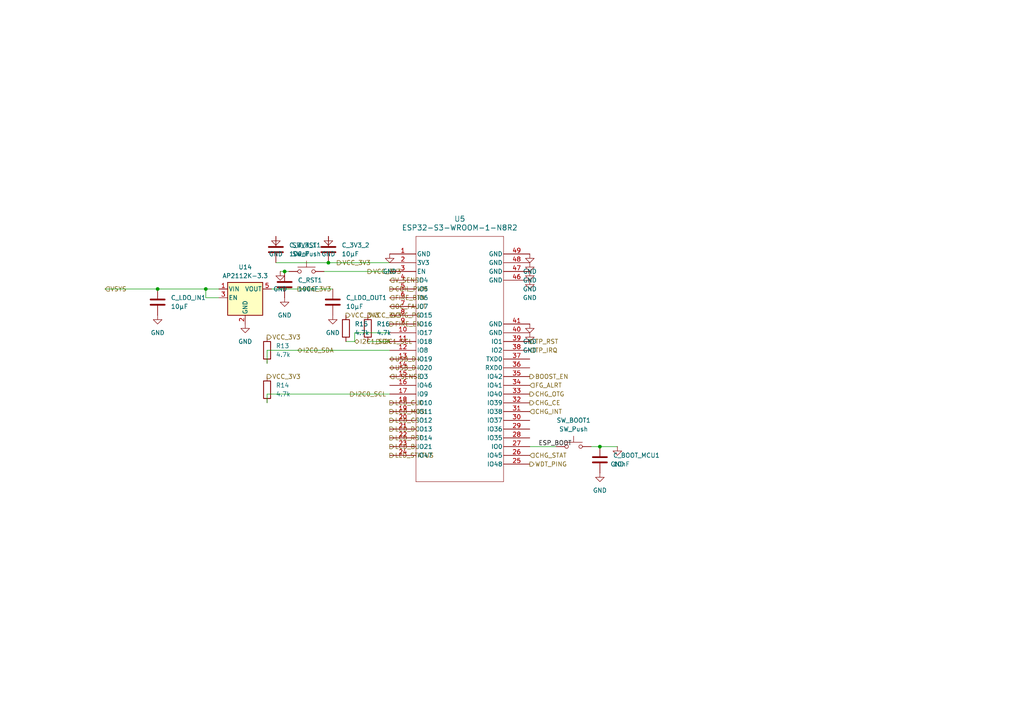
<source format=kicad_sch>
(kicad_sch (version 20250114) (generator "eeschema") (generator_version "9.0")
  (paper "A4")
  (lib_symbols
    (symbol "Device:C" (pin_numbers (hide yes)) (pin_names (offset 0.254))
      (property "Reference" "C" (at 0.635 2.54 0))
      (property "Value" "C" (at 0.635 -2.54 0))
      (symbol "C_0_1"
        (polyline (pts (xy -2.032 0.762) (xy 2.032 0.762)) (stroke (width 0.508)))
        (polyline (pts (xy -2.032 -0.762) (xy 2.032 -0.762)) (stroke (width 0.508)))
      )
      (symbol "C_1_1"
        (pin passive line (at 0 3.81 270) (length 2.794) (name "~") (number "1"))
        (pin passive line (at 0 -3.81 90) (length 2.794) (name "~") (number "2"))
      )
    )
    (symbol "Device:R" (pin_numbers (hide yes)) (pin_names (offset 0))
      (property "Reference" "R" (at 2.032 0 90))
      (property "Value" "R" (at 0 0 90))
      (symbol "R_0_1"
        (rectangle (start -1.016 -2.54) (end 1.016 2.54) (stroke (width 0.254)))
      )
      (symbol "R_1_1"
        (pin passive line (at 0 3.81 270) (length 1.27) (name "~") (number "1"))
        (pin passive line (at 0 -3.81 90) (length 1.27) (name "~") (number "2"))
      )
    )
    (symbol "ESP32-S3-WROOM-1-N8R2:ESP32-S3-WROOM-1-N8R2" (pin_names (offset 0.254))
      (property "Reference" "U" (at 20.32 10.16 0))
      (property "Value" "ESP32-S3-WROOM-1-N8R2" (at 20.32 7.62 0))
      (symbol "ESP32-S3-WROOM-1-N8R2_0_1"
        (polyline (pts (xy 7.62 5.08) (xy 7.62 -66.04)) (stroke (width 0.127)))
        (polyline (pts (xy 7.62 -66.04) (xy 33.02 -66.04)) (stroke (width 0.127)))
        (polyline (pts (xy 33.02 5.08) (xy 7.62 5.08)) (stroke (width 0.127)))
        (polyline (pts (xy 33.02 -66.04) (xy 33.02 5.08)) (stroke (width 0.127)))
        (pin power_out line (at 0 0 0) (length 7.62) (name "GND") (number "1"))
        (pin power_in line (at 0 -2.54 0) (length 7.62) (name "3V3") (number "2"))
        (pin input line (at 0 -5.08 0) (length 7.62) (name "EN") (number "3"))
        (pin bidirectional line (at 0 -7.62 0) (length 7.62) (name "IO4") (number "4"))
        (pin bidirectional line (at 0 -10.16 0) (length 7.62) (name "IO5") (number "5"))
        (pin bidirectional line (at 0 -12.7 0) (length 7.62) (name "IO6") (number "6"))
        (pin bidirectional line (at 0 -15.24 0) (length 7.62) (name "IO7") (number "7"))
        (pin bidirectional line (at 0 -17.78 0) (length 7.62) (name "IO15") (number "8"))
        (pin bidirectional line (at 0 -20.32 0) (length 7.62) (name "IO16") (number "9"))
        (pin bidirectional line (at 0 -22.86 0) (length 7.62) (name "IO17") (number "10"))
        (pin bidirectional line (at 0 -25.4 0) (length 7.62) (name "IO18") (number "11"))
        (pin bidirectional line (at 0 -27.94 0) (length 7.62) (name "IO8") (number "12"))
        (pin bidirectional line (at 0 -30.48 0) (length 7.62) (name "IO19") (number "13"))
        (pin bidirectional line (at 0 -33.02 0) (length 7.62) (name "IO20") (number "14"))
        (pin bidirectional line (at 0 -35.56 0) (length 7.62) (name "IO3") (number "15"))
        (pin bidirectional line (at 0 -38.1 0) (length 7.62) (name "IO46") (number "16"))
        (pin bidirectional line (at 0 -40.64 0) (length 7.62) (name "IO9") (number "17"))
        (pin bidirectional line (at 0 -43.18 0) (length 7.62) (name "IO10") (number "18"))
        (pin bidirectional line (at 0 -45.72 0) (length 7.62) (name "IO11") (number "19"))
        (pin bidirectional line (at 0 -48.26 0) (length 7.62) (name "IO12") (number "20"))
        (pin bidirectional line (at 0 -50.8 0) (length 7.62) (name "IO13") (number "21"))
        (pin bidirectional line (at 0 -53.34 0) (length 7.62) (name "IO14") (number "22"))
        (pin bidirectional line (at 0 -55.88 0) (length 7.62) (name "IO21") (number "23"))
        (pin bidirectional line (at 0 -58.42 0) (length 7.62) (name "IO47") (number "24"))
        (pin power_out line (at 40.64 0 180) (length 7.62) (name "GND") (number "49"))
        (pin power_out line (at 40.64 -2.54 180) (length 7.62) (name "GND") (number "48"))
        (pin power_out line (at 40.64 -5.08 180) (length 7.62) (name "GND") (number "47"))
        (pin power_out line (at 40.64 -7.62 180) (length 7.62) (name "GND") (number "46"))
        (pin power_out line (at 40.64 -20.32 180) (length 7.62) (name "GND") (number "41"))
        (pin power_out line (at 40.64 -22.86 180) (length 7.62) (name "GND") (number "40"))
        (pin bidirectional line (at 40.64 -25.4 180) (length 7.62) (name "IO1") (number "39"))
        (pin bidirectional line (at 40.64 -27.94 180) (length 7.62) (name "IO2") (number "38"))
        (pin bidirectional line (at 40.64 -30.48 180) (length 7.62) (name "TXD0") (number "37"))
        (pin bidirectional line (at 40.64 -33.02 180) (length 7.62) (name "RXD0") (number "36"))
        (pin bidirectional line (at 40.64 -35.56 180) (length 7.62) (name "IO42") (number "35"))
        (pin bidirectional line (at 40.64 -38.1 180) (length 7.62) (name "IO41") (number "34"))
        (pin bidirectional line (at 40.64 -40.64 180) (length 7.62) (name "IO40") (number "33"))
        (pin bidirectional line (at 40.64 -43.18 180) (length 7.62) (name "IO39") (number "32"))
        (pin bidirectional line (at 40.64 -45.72 180) (length 7.62) (name "IO38") (number "31"))
        (pin bidirectional line (at 40.64 -48.26 180) (length 7.62) (name "IO37") (number "30"))
        (pin bidirectional line (at 40.64 -50.8 180) (length 7.62) (name "IO36") (number "29"))
        (pin bidirectional line (at 40.64 -53.34 180) (length 7.62) (name "IO35") (number "28"))
        (pin bidirectional line (at 40.64 -55.88 180) (length 7.62) (name "IO0") (number "27"))
        (pin bidirectional line (at 40.64 -58.42 180) (length 7.62) (name "IO45") (number "26"))
        (pin bidirectional line (at 40.64 -60.96 180) (length 7.62) (name "IO48") (number "25"))
      )
    )
    (symbol "Regulator_Linear:AP2112K-3.3" (pin_names (offset 0.254))
      (property "Reference" "U" (at -5.08 5.715 0))
      (property "Value" "AP2112K-3.3" (at 0 5.715 0))
      (symbol "AP2112K-3.3_0_1"
        (rectangle (start -5.08 4.445) (end 5.08 -5.08) (stroke (width 0.254)) (fill (type background)))
      )
      (symbol "AP2112K-3.3_1_1"
        (pin power_in line (at -7.62 2.54 0) (length 2.54) (name "VIN") (number "1"))
        (pin input line (at -7.62 0 0) (length 2.54) (name "EN") (number "3"))
        (pin power_in line (at 0 -7.62 90) (length 2.54) (name "GND") (number "2"))
        (pin no_connect line (at 5.08 0 180) (length 2.54) (hide yes) (name "NC") (number "4"))
        (pin power_out line (at 7.62 2.54 180) (length 2.54) (name "VOUT") (number "5"))
      )
    )
    (symbol "Switch:SW_Push" (pin_numbers (hide yes)) (pin_names (offset 1.016) (hide yes))
      (property "Reference" "SW" (at 1.27 2.54 0))
      (property "Value" "SW_Push" (at 0 -1.524 0))
      (symbol "SW_Push_0_1"
        (circle (center -2.032 0) (radius 0.508))
        (polyline (pts (xy 0 1.27) (xy 0 3.048)))
        (circle (center 2.032 0) (radius 0.508))
        (polyline (pts (xy 2.54 1.27) (xy -2.54 1.27)))
        (pin passive line (at -5.08 0 0) (length 2.54) (name "1") (number "1"))
        (pin passive line (at 5.08 0 180) (length 2.54) (name "2") (number "2"))
      )
    )
    (symbol "power:GND" (power) (pin_numbers (hide yes)) (pin_names (offset 0) (hide yes))
      (property "Value" "GND" (at 0 -3.81 0))
      (symbol "GND_0_1"
        (polyline (pts (xy 0 0) (xy 0 -1.27) (xy 1.27 -1.27) (xy 0 -2.54) (xy -1.27 -1.27) (xy 0 -1.27)))
      )
      (symbol "GND_1_1"
        (pin power_in line (at 0 0 270) (length 0) (name "~") (number "1"))
      )
    )
  )
  (junction (at 45.72 83.82))
  (junction (at 59.69 83.82))
  (junction (at 82.55 78.74))
  (junction (at 95.25 76.2))
  (junction (at 173.99 129.54))
  (wire (pts (xy 77.47 114.3) (xy 113.03 114.3)))
  (wire (pts (xy 59.69 83.82) (xy 63.5 83.82)))
  (wire (pts (xy 77.47 114.3) (xy 77.47 116.84)))
  (wire (pts (xy 78.74 83.82) (xy 96.52 83.82)))
  (wire (pts (xy 95.25 76.2) (xy 113.03 76.2)))
  (wire (pts (xy 102.87 96.52) (xy 113.03 96.52)))
  (wire (pts (xy 171.45 129.54) (xy 173.99 129.54)))
  (wire (pts (xy 93.98 78.74) (xy 113.03 78.74)))
  (wire (pts (xy 82.55 78.74) (xy 83.82 78.74)))
  (wire (pts (xy 81.28 78.74) (xy 82.55 78.74)))
  (wire (pts (xy 102.87 99.06) (xy 102.87 96.52)))
  (wire (pts (xy 153.67 129.54) (xy 161.29 129.54)))
  (wire (pts (xy 59.69 86.36) (xy 59.69 83.82)))
  (wire (pts (xy 45.72 83.82) (xy 59.69 83.82)))
  (wire (pts (xy 30.48 83.82) (xy 45.72 83.82)))
  (wire (pts (xy 173.99 129.54) (xy 179.07 129.54)))
  (wire (pts (xy 77.47 101.6) (xy 113.03 101.6)))
  (wire (pts (xy 100.33 99.06) (xy 102.87 99.06)))
  (wire (pts (xy 80.01 76.2) (xy 95.25 76.2)))
  (wire (pts (xy 63.5 86.36) (xy 59.69 86.36)))
  (wire (pts (xy 77.47 101.6) (xy 77.47 105.41)))
  (wire (pts (xy 106.68 99.06) (xy 113.03 99.06)))
  (label "ESP_BOOT" (at 156.1625 129.54 0))
  (hierarchical_label "WDT_PING" (shape output) (at 153.67 134.62 0))
  (hierarchical_label "VCC_3V3" (shape output) (at 97.79 76.2 0))
  (hierarchical_label "FG_ALRT" (shape input) (at 153.67 111.76 0))
  (hierarchical_label "CHG_OTG" (shape output) (at 153.67 114.3 0))
  (hierarchical_label "I2C0_SDA" (shape bidirectional) (at 86.36 101.6 0))
  (hierarchical_label "LCD_CS" (shape output) (at 113.03 121.92 0))
  (hierarchical_label "CHG_PG" (shape input) (at 113.03 91.44 0))
  (hierarchical_label "I2C1_SCL" (shape output) (at 109.22 99.06 0))
  (hierarchical_label "TP_RST" (shape output) (at 153.67 99.06 0))
  (hierarchical_label "FIRE_BTN" (shape input) (at 113.03 86.36 0))
  (hierarchical_label "CHG_INT" (shape input) (at 153.67 119.38 0))
  (hierarchical_label "CHG_CE" (shape output) (at 153.67 116.84 0))
  (hierarchical_label "VCC_3V3" (shape output) (at 77.47 109.22 0))
  (hierarchical_label "I2C1_SDA" (shape bidirectional) (at 102.87 99.06 0))
  (hierarchical_label "OC_FAULT" (shape input) (at 113.03 88.9 0))
  (hierarchical_label "VCC_3V3" (shape output) (at 106.68 78.74 0))
  (hierarchical_label "VCC_3V3" (shape output) (at 100.33 91.44 0))
  (hierarchical_label "COIL_PWM" (shape output) (at 113.03 83.82 0))
  (hierarchical_label "VSYS" (shape input) (at 30.48 83.82 0))
  (hierarchical_label "VCC_3V3" (shape output) (at 106.68 91.44 0))
  (hierarchical_label "LCD_RST" (shape output) (at 113.03 127 0))
  (hierarchical_label "LED_STATUS" (shape output) (at 113.03 132.08 0))
  (hierarchical_label "LCD_BL" (shape output) (at 113.03 129.54 0))
  (hierarchical_label "TP_IRQ" (shape input) (at 153.67 101.6 0))
  (hierarchical_label "VCC_3V3" (shape output) (at 77.47 97.79 0))
  (hierarchical_label "LCD_CLK" (shape output) (at 113.03 116.84 0))
  (hierarchical_label "V_SENSE" (shape input) (at 113.03 81.28 0))
  (hierarchical_label "LCD_DC" (shape output) (at 113.03 124.46 0))
  (hierarchical_label "VCC_3V3" (shape output) (at 86.36 83.82 0))
  (hierarchical_label "I_SENSE" (shape input) (at 113.03 109.22 0))
  (hierarchical_label "USB_D-" (shape bidirectional) (at 113.03 106.68 0))
  (hierarchical_label "FIRE_EN" (shape output) (at 113.03 93.98 0))
  (hierarchical_label "I2C0_SCL" (shape output) (at 101.6 114.3 0))
  (hierarchical_label "LCD_MOSI" (shape output) (at 113.03 119.38 0))
  (hierarchical_label "CHG_STAT" (shape input) (at 153.67 132.08 0))
  (hierarchical_label "USB_D+" (shape bidirectional) (at 113.03 104.14 0))
  (hierarchical_label "BOOST_EN" (shape output) (at 153.67 109.22 0))
  (symbol (lib_id "Device:R") (at 77.47 101.6 0) (unit 1)
    (property "Reference" "R13" (at 80.01 100.3299 0) (effects (justify left)))
    (property "Value" "4.7k" (at 80.01 102.8699 0) (effects (justify left)))
    (property "Footprint" "Resistor_SMD:R_0402_1005Metric" (effects (hide yes)))
    (property "Description" "Resistor" (effects (hide yes)))
  )
  (symbol (lib_id "power:GND") (at 153.67 93.98 0) (unit 1)
    (property "Reference" "#PWR066" (effects (hide yes)))
    (property "Value" "GND" (at 153.67 99.06 0))
    (property "Description" "Power symbol creates a global label with name \"GND\" , ground" (effects (hide yes)))
  )
  (symbol (lib_id "Device:C") (at 80.01 72.39 0) (unit 1)
    (property "Reference" "C_3V3_1" (at 83.82 71.1199 0) (effects (justify left)))
    (property "Value" "100nF" (at 83.82 73.6599 0) (effects (justify left)))
    (property "Footprint" "Capacitor_SMD:C_0402_1005Metric" (effects (hide yes)))
    (property "Description" "Unpolarized capacitor" (effects (hide yes)))
  )
  (symbol (lib_id "Device:R") (at 77.47 113.03 0) (unit 1)
    (property "Reference" "R14" (at 80.01 111.7599 0) (effects (justify left)))
    (property "Value" "4.7k" (at 80.01 114.2999 0) (effects (justify left)))
    (property "Footprint" "Resistor_SMD:R_0402_1005Metric" (effects (hide yes)))
    (property "Description" "Resistor" (effects (hide yes)))
  )
  (symbol (lib_id "Device:C") (at 95.25 72.39 0) (unit 1)
    (property "Reference" "C_3V3_2" (at 99.06 71.1199 0) (effects (justify left)))
    (property "Value" "10µF" (at 99.06 73.6599 0) (effects (justify left)))
    (property "Footprint" "Capacitor_SMD:C_0805_2012Metric" (effects (hide yes)))
    (property "Description" "Unpolarized capacitor" (effects (hide yes)))
  )
  (symbol (lib_id "power:GND") (at 71.12 93.98 0) (unit 1)
    (property "Reference" "#PWR049" (effects (hide yes)))
    (property "Value" "GND" (at 71.12 99.06 0))
    (property "Description" "Power symbol creates a global label with name \"GND\" , ground" (effects (hide yes)))
  )
  (symbol (lib_id "power:GND") (at 179.07 129.54 0) (unit 1)
    (property "Reference" "#PWR069" (effects (hide yes)))
    (property "Value" "GND" (at 179.07 134.62 0))
    (property "Description" "Power symbol creates a global label with name \"GND\" , ground" (effects (hide yes)))
  )
  (symbol (lib_id "power:GND") (at 80.01 68.58 0) (unit 1)
    (property "Reference" "#PWR059" (effects (hide yes)))
    (property "Value" "GND" (at 80.01 73.66 0))
    (property "Description" "Power symbol creates a global label with name \"GND\" , ground" (effects (hide yes)))
  )
  (symbol (lib_id "Device:R") (at 100.33 95.25 0) (unit 1)
    (property "Reference" "R15" (at 102.87 93.9799 0) (effects (justify left)))
    (property "Value" "4.7k" (at 102.87 96.5199 0) (effects (justify left)))
    (property "Footprint" "Resistor_SMD:R_0402_1005Metric" (effects (hide yes)))
    (property "Description" "Resistor" (effects (hide yes)))
  )
  (symbol (lib_id "Regulator_Linear:AP2112K-3.3") (at 71.12 86.36 0) (unit 1)
    (property "Reference" "U14" (at 71.12 77.47 0))
    (property "Value" "AP2112K-3.3" (at 71.12 80.01 0))
    (property "Footprint" "Package_TO_SOT_SMD:SOT-23-5" (effects (hide yes)))
    (property "Datasheet" "https://www.diodes.com/assets/Datasheets/AP2112.pdf" (effects (hide yes)))
    (property "Description" "600mA low dropout linear regulator, with enable pin, 3.8V-6V input voltage range, 3.3V fixed positive output, SOT-23-5" (effects (hide yes)))
  )
  (symbol (lib_id "power:GND") (at 82.55 86.36 0) (unit 1)
    (property "Reference" "#PWR068" (effects (hide yes)))
    (property "Value" "GND" (at 82.55 91.44 0))
    (property "Description" "Power symbol creates a global label with name \"GND\" , ground" (effects (hide yes)))
  )
  (symbol (lib_id "ESP32-S3-WROOM-1-N8R2:ESP32-S3-WROOM-1-N8R2") (at 113.03 73.66 0) (unit 1)
    (property "Reference" "U5" (at 133.35 63.5 0) (effects (font (size 1.524 1.524))))
    (property "Value" "ESP32-S3-WROOM-1-N8R2" (at 133.35 66.04 0) (effects (font (size 1.524 1.524))))
    (property "Footprint" "RF_Module:ESP32-S3-WROOM-1" (effects (hide yes)))
    (property "Datasheet" "ESP32-S3-WROOM-1-N8R2" (effects (hide yes)))
  )
  (symbol (lib_id "power:GND") (at 95.25 68.58 0) (unit 1)
    (property "Reference" "#PWR058" (effects (hide yes)))
    (property "Value" "GND" (at 95.25 73.66 0))
    (property "Description" "Power symbol creates a global label with name \"GND\" , ground" (effects (hide yes)))
  )
  (symbol (lib_id "power:GND") (at 153.67 76.2 0) (unit 1)
    (property "Reference" "#PWR062" (effects (hide yes)))
    (property "Value" "GND" (at 153.67 81.28 0))
    (property "Description" "Power symbol creates a global label with name \"GND\" , ground" (effects (hide yes)))
  )
  (symbol (lib_id "power:GND") (at 81.28 78.74 0) (unit 1)
    (property "Reference" "#PWR065" (effects (hide yes)))
    (property "Value" "GND" (at 81.28 83.82 0))
    (property "Description" "Power symbol creates a global label with name \"GND\" , ground" (effects (hide yes)))
  )
  (symbol (lib_id "power:GND") (at 113.03 73.66 0) (unit 1)
    (property "Reference" "#PWR060" (effects (hide yes)))
    (property "Value" "GND" (at 113.03 78.74 0))
    (property "Description" "Power symbol creates a global label with name \"GND\" , ground" (effects (hide yes)))
  )
  (symbol (lib_id "power:GND") (at 45.72 91.44 0) (unit 1)
    (property "Reference" "#PWR047" (effects (hide yes)))
    (property "Value" "GND" (at 45.72 96.52 0))
    (property "Description" "Power symbol creates a global label with name \"GND\" , ground" (effects (hide yes)))
  )
  (symbol (lib_id "Device:C") (at 173.99 133.35 0) (unit 1)
    (property "Reference" "C_BOOT_MCU1" (at 177.8 132.0799 0) (effects (justify left)))
    (property "Value" "10nF" (at 177.8 134.6199 0) (effects (justify left)))
    (property "Description" "Unpolarized capacitor" (effects (hide yes)))
  )
  (symbol (lib_id "Device:C") (at 45.72 87.63 0) (unit 1)
    (property "Reference" "C_LDO_IN1" (at 49.53 86.3599 0) (effects (justify left)))
    (property "Value" "10µF" (at 49.53 88.8999 0) (effects (justify left)))
    (property "Footprint" "Capacitor_SMD:C_0805_2012Metric" (effects (hide yes)))
    (property "Description" "Unpolarized capacitor" (effects (hide yes)))
  )
  (symbol (lib_id "power:GND") (at 153.67 96.52 0) (unit 1)
    (property "Reference" "#PWR067" (effects (hide yes)))
    (property "Value" "GND" (at 153.67 101.6 0))
    (property "Description" "Power symbol creates a global label with name \"GND\" , ground" (effects (hide yes)))
  )
  (symbol (lib_id "power:GND") (at 153.67 78.74 0) (unit 1)
    (property "Reference" "#PWR063" (effects (hide yes)))
    (property "Value" "GND" (at 153.67 83.82 0))
    (property "Description" "Power symbol creates a global label with name \"GND\" , ground" (effects (hide yes)))
  )
  (symbol (lib_id "Device:C") (at 82.55 82.55 0) (unit 1)
    (property "Reference" "C_RST1" (at 86.36 81.2799 0) (effects (justify left)))
    (property "Value" "100nF" (at 86.36 83.8199 0) (effects (justify left)))
    (property "Footprint" "Button_Switch_SMD:SW_SPST_TL3342" (effects (hide yes)))
    (property "Description" "Unpolarized capacitor" (effects (hide yes)))
  )
  (symbol (lib_id "power:GND") (at 96.52 91.44 0) (unit 1)
    (property "Reference" "#PWR057" (effects (hide yes)))
    (property "Value" "GND" (at 96.52 96.52 0))
    (property "Description" "Power symbol creates a global label with name \"GND\" , ground" (effects (hide yes)))
  )
  (symbol (lib_id "power:GND") (at 153.67 81.28 0) (unit 1)
    (property "Reference" "#PWR064" (effects (hide yes)))
    (property "Value" "GND" (at 153.67 86.36 0))
    (property "Description" "Power symbol creates a global label with name \"GND\" , ground" (effects (hide yes)))
  )
  (symbol (lib_id "power:GND") (at 153.67 73.66 0) (unit 1)
    (property "Reference" "#PWR061" (effects (hide yes)))
    (property "Value" "GND" (at 153.67 78.74 0))
    (property "Description" "Power symbol creates a global label with name \"GND\" , ground" (effects (hide yes)))
  )
  (symbol (lib_id "Switch:SW_Push") (at 166.37 129.54 0) (unit 1)
    (property "Reference" "SW_BOOT1" (at 166.37 121.92 0))
    (property "Value" "SW_Push" (at 166.37 124.46 0))
    (property "Footprint" "Button_Switch_SMD:SW_SPST_TL3342" (effects (hide yes)))
    (property "Description" "Push button switch, generic, two pins" (effects (hide yes)))
  )
  (symbol (lib_id "Switch:SW_Push") (at 88.9 78.74 0) (unit 1)
    (property "Reference" "SW_RST1" (at 88.9 71.12 0))
    (property "Value" "SW_Push" (at 88.9 73.66 0))
    (property "Description" "Push button switch, generic, two pins" (effects (hide yes)))
  )
  (symbol (lib_id "Device:C") (at 96.52 87.63 0) (unit 1)
    (property "Reference" "C_LDO_OUT1" (at 100.33 86.3599 0) (effects (justify left)))
    (property "Value" "10µF" (at 100.33 88.8999 0) (effects (justify left)))
    (property "Footprint" "Capacitor_SMD:C_0805_2012Metric" (effects (hide yes)))
    (property "Description" "Unpolarized capacitor" (effects (hide yes)))
  )
  (symbol (lib_id "Device:R") (at 106.68 95.25 0) (unit 1)
    (property "Reference" "R16" (at 109.22 93.9799 0) (effects (justify left)))
    (property "Value" "4.7k" (at 109.22 96.5199 0) (effects (justify left)))
    (property "Footprint" "Resistor_SMD:R_0402_1005Metric" (effects (hide yes)))
    (property "Description" "Resistor" (effects (hide yes)))
  )
  (symbol (lib_id "power:GND") (at 173.99 137.16 0) (unit 1)
    (property "Reference" "#PWR070" (effects (hide yes)))
    (property "Value" "GND" (at 173.99 142.24 0))
    (property "Description" "Power symbol creates a global label with name \"GND\" , ground" (effects (hide yes)))
  )
)
</source>
